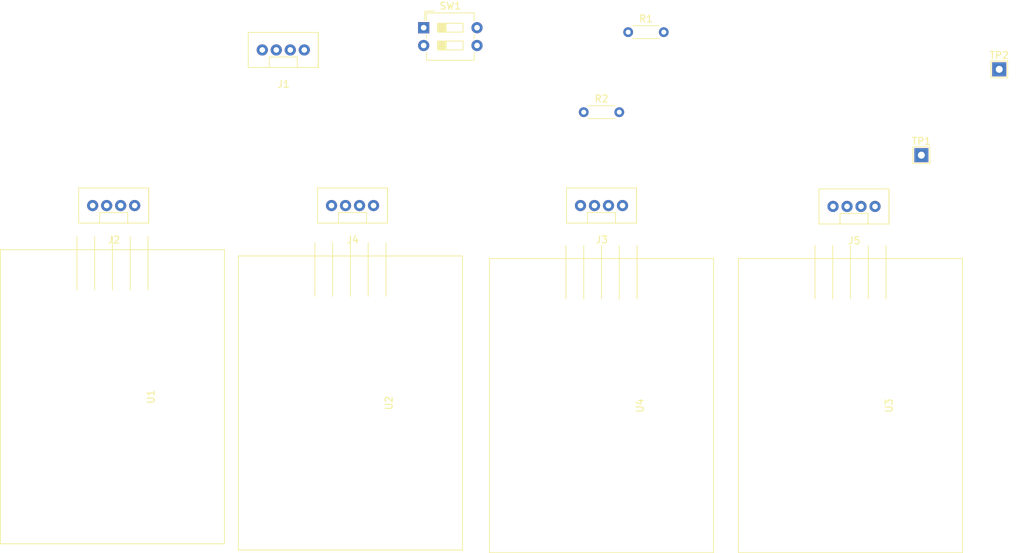
<source format=kicad_pcb>
(kicad_pcb (version 20171130) (host pcbnew "(5.1.9)-1")

  (general
    (thickness 1.6)
    (drawings 0)
    (tracks 0)
    (zones 0)
    (modules 14)
    (nets 7)
  )

  (page A4)
  (layers
    (0 F.Cu signal)
    (31 B.Cu signal)
    (32 B.Adhes user)
    (33 F.Adhes user)
    (34 B.Paste user)
    (35 F.Paste user)
    (36 B.SilkS user)
    (37 F.SilkS user)
    (38 B.Mask user)
    (39 F.Mask user)
    (40 Dwgs.User user)
    (41 Cmts.User user)
    (42 Eco1.User user)
    (43 Eco2.User user)
    (44 Edge.Cuts user)
    (45 Margin user)
    (46 B.CrtYd user)
    (47 F.CrtYd user)
    (48 B.Fab user)
    (49 F.Fab user)
  )

  (setup
    (last_trace_width 0.25)
    (trace_clearance 0.2)
    (zone_clearance 0.508)
    (zone_45_only no)
    (trace_min 0.2)
    (via_size 0.8)
    (via_drill 0.4)
    (via_min_size 0.4)
    (via_min_drill 0.3)
    (uvia_size 0.3)
    (uvia_drill 0.1)
    (uvias_allowed no)
    (uvia_min_size 0.2)
    (uvia_min_drill 0.1)
    (edge_width 0.05)
    (segment_width 0.2)
    (pcb_text_width 0.3)
    (pcb_text_size 1.5 1.5)
    (mod_edge_width 0.12)
    (mod_text_size 1 1)
    (mod_text_width 0.15)
    (pad_size 1.524 1.524)
    (pad_drill 0.762)
    (pad_to_mask_clearance 0)
    (aux_axis_origin 0 0)
    (visible_elements 7FFFFFFF)
    (pcbplotparams
      (layerselection 0x010fc_ffffffff)
      (usegerberextensions false)
      (usegerberattributes true)
      (usegerberadvancedattributes true)
      (creategerberjobfile true)
      (excludeedgelayer true)
      (linewidth 0.100000)
      (plotframeref false)
      (viasonmask false)
      (mode 1)
      (useauxorigin false)
      (hpglpennumber 1)
      (hpglpenspeed 20)
      (hpglpendiameter 15.000000)
      (psnegative false)
      (psa4output false)
      (plotreference true)
      (plotvalue true)
      (plotinvisibletext false)
      (padsonsilk false)
      (subtractmaskfromsilk false)
      (outputformat 1)
      (mirror false)
      (drillshape 1)
      (scaleselection 1)
      (outputdirectory ""))
  )

  (net 0 "")
  (net 1 GND)
  (net 2 VCC)
  (net 3 /SDA)
  (net 4 /SCL)
  (net 5 "Net-(R1-Pad2)")
  (net 6 "Net-(R2-Pad1)")

  (net_class Default "This is the default net class."
    (clearance 0.2)
    (trace_width 0.25)
    (via_dia 0.8)
    (via_drill 0.4)
    (uvia_dia 0.3)
    (uvia_drill 0.1)
    (add_net /SCL)
    (add_net /SDA)
    (add_net GND)
    (add_net "Net-(R1-Pad2)")
    (add_net "Net-(R2-Pad1)")
    (add_net VCC)
  )

  (module carrier_carrier:EZO_Carrier (layer F.Cu) (tedit 60A5D029) (tstamp 60A62D91)
    (at 144.78 106.68 90)
    (path /60A7BF61)
    (fp_text reference U4 (at 0 5.5 90) (layer F.SilkS)
      (effects (font (size 1 1) (thickness 0.15)))
    )
    (fp_text value EZO_Carrier (at 0 -2.5 90) (layer F.Fab)
      (effects (font (size 1 1) (thickness 0.15)))
    )
    (fp_line (start -21 16) (end -21 -16) (layer F.SilkS) (width 0.12))
    (fp_line (start 21 16) (end -21 16) (layer F.SilkS) (width 0.12))
    (fp_line (start 21 -16) (end 21 16) (layer F.SilkS) (width 0.12))
    (fp_line (start -21 -16) (end 21 -16) (layer F.SilkS) (width 0.12))
    (fp_line (start 22.86 0) (end 15.24 0) (layer F.SilkS) (width 0.12))
    (fp_line (start 15.24 -2.54) (end 22.86 -2.54) (layer F.SilkS) (width 0.12))
    (fp_line (start 15.24 -5.08) (end 22.86 -5.08) (layer F.SilkS) (width 0.12))
    (fp_line (start 15.24 2.54) (end 22.86 2.54) (layer F.SilkS) (width 0.12))
    (fp_line (start 15.24 5.08) (end 22.86 5.08) (layer F.SilkS) (width 0.12))
    (pad "" np_thru_hole circle (at -17 -12 90) (size 3.8 3.8) (drill 3.8) (layers *.Cu *.Mask))
    (pad "" np_thru_hole circle (at -17 12 90) (size 3.8 3.8) (drill 3.8) (layers *.Cu *.Mask))
    (pad "" np_thru_hole circle (at 17 12 90) (size 3.8 3.8) (drill 3.8) (layers *.Cu *.Mask))
    (pad "" np_thru_hole circle (at 17 -12 90) (size 3.8 3.8) (drill 3.8) (layers *.Cu *.Mask))
  )

  (module carrier_carrier:EZO_Carrier (layer F.Cu) (tedit 60A5D029) (tstamp 60B504F9)
    (at 180.34 106.68 90)
    (path /60A7BD66)
    (fp_text reference U3 (at 0 5.5 90) (layer F.SilkS)
      (effects (font (size 1 1) (thickness 0.15)))
    )
    (fp_text value EZO_Carrier (at 0 -2.5 90) (layer F.Fab)
      (effects (font (size 1 1) (thickness 0.15)))
    )
    (fp_line (start -21 16) (end -21 -16) (layer F.SilkS) (width 0.12))
    (fp_line (start 21 16) (end -21 16) (layer F.SilkS) (width 0.12))
    (fp_line (start 21 -16) (end 21 16) (layer F.SilkS) (width 0.12))
    (fp_line (start -21 -16) (end 21 -16) (layer F.SilkS) (width 0.12))
    (fp_line (start 22.86 0) (end 15.24 0) (layer F.SilkS) (width 0.12))
    (fp_line (start 15.24 -2.54) (end 22.86 -2.54) (layer F.SilkS) (width 0.12))
    (fp_line (start 15.24 -5.08) (end 22.86 -5.08) (layer F.SilkS) (width 0.12))
    (fp_line (start 15.24 2.54) (end 22.86 2.54) (layer F.SilkS) (width 0.12))
    (fp_line (start 15.24 5.08) (end 22.86 5.08) (layer F.SilkS) (width 0.12))
    (pad "" np_thru_hole circle (at -17 -12 90) (size 3.8 3.8) (drill 3.8) (layers *.Cu *.Mask))
    (pad "" np_thru_hole circle (at -17 12 90) (size 3.8 3.8) (drill 3.8) (layers *.Cu *.Mask))
    (pad "" np_thru_hole circle (at 17 12 90) (size 3.8 3.8) (drill 3.8) (layers *.Cu *.Mask))
    (pad "" np_thru_hole circle (at 17 -12 90) (size 3.8 3.8) (drill 3.8) (layers *.Cu *.Mask))
  )

  (module carrier_carrier:EZO_Carrier (layer F.Cu) (tedit 60A5D029) (tstamp 60A62D6F)
    (at 108.92 106.305 90)
    (path /60A7BA49)
    (fp_text reference U2 (at 0 5.5 90) (layer F.SilkS)
      (effects (font (size 1 1) (thickness 0.15)))
    )
    (fp_text value EZO_Carrier (at 0 -2.5 90) (layer F.Fab)
      (effects (font (size 1 1) (thickness 0.15)))
    )
    (fp_line (start -21 16) (end -21 -16) (layer F.SilkS) (width 0.12))
    (fp_line (start 21 16) (end -21 16) (layer F.SilkS) (width 0.12))
    (fp_line (start 21 -16) (end 21 16) (layer F.SilkS) (width 0.12))
    (fp_line (start -21 -16) (end 21 -16) (layer F.SilkS) (width 0.12))
    (fp_line (start 22.86 0) (end 15.24 0) (layer F.SilkS) (width 0.12))
    (fp_line (start 15.24 -2.54) (end 22.86 -2.54) (layer F.SilkS) (width 0.12))
    (fp_line (start 15.24 -5.08) (end 22.86 -5.08) (layer F.SilkS) (width 0.12))
    (fp_line (start 15.24 2.54) (end 22.86 2.54) (layer F.SilkS) (width 0.12))
    (fp_line (start 15.24 5.08) (end 22.86 5.08) (layer F.SilkS) (width 0.12))
    (pad "" np_thru_hole circle (at -17 -12 90) (size 3.8 3.8) (drill 3.8) (layers *.Cu *.Mask))
    (pad "" np_thru_hole circle (at -17 12 90) (size 3.8 3.8) (drill 3.8) (layers *.Cu *.Mask))
    (pad "" np_thru_hole circle (at 17 12 90) (size 3.8 3.8) (drill 3.8) (layers *.Cu *.Mask))
    (pad "" np_thru_hole circle (at 17 -12 90) (size 3.8 3.8) (drill 3.8) (layers *.Cu *.Mask))
  )

  (module carrier_carrier:EZO_Carrier (layer F.Cu) (tedit 60A5D029) (tstamp 60A62D5E)
    (at 74.93 105.41 90)
    (path /60A7B4F1)
    (fp_text reference U1 (at 0 5.5 90) (layer F.SilkS)
      (effects (font (size 1 1) (thickness 0.15)))
    )
    (fp_text value EZO_Carrier (at 0 -2.5 90) (layer F.Fab)
      (effects (font (size 1 1) (thickness 0.15)))
    )
    (fp_line (start -21 16) (end -21 -16) (layer F.SilkS) (width 0.12))
    (fp_line (start 21 16) (end -21 16) (layer F.SilkS) (width 0.12))
    (fp_line (start 21 -16) (end 21 16) (layer F.SilkS) (width 0.12))
    (fp_line (start -21 -16) (end 21 -16) (layer F.SilkS) (width 0.12))
    (fp_line (start 22.86 0) (end 15.24 0) (layer F.SilkS) (width 0.12))
    (fp_line (start 15.24 -2.54) (end 22.86 -2.54) (layer F.SilkS) (width 0.12))
    (fp_line (start 15.24 -5.08) (end 22.86 -5.08) (layer F.SilkS) (width 0.12))
    (fp_line (start 15.24 2.54) (end 22.86 2.54) (layer F.SilkS) (width 0.12))
    (fp_line (start 15.24 5.08) (end 22.86 5.08) (layer F.SilkS) (width 0.12))
    (pad "" np_thru_hole circle (at -17 -12 90) (size 3.8 3.8) (drill 3.8) (layers *.Cu *.Mask))
    (pad "" np_thru_hole circle (at -17 12 90) (size 3.8 3.8) (drill 3.8) (layers *.Cu *.Mask))
    (pad "" np_thru_hole circle (at 17 12 90) (size 3.8 3.8) (drill 3.8) (layers *.Cu *.Mask))
    (pad "" np_thru_hole circle (at 17 -12 90) (size 3.8 3.8) (drill 3.8) (layers *.Cu *.Mask))
  )

  (module TestPoint:TestPoint_THTPad_2.0x2.0mm_Drill1.0mm (layer F.Cu) (tedit 5A0F774F) (tstamp 60A62D4D)
    (at 201.585 58.65)
    (descr "THT rectangular pad as test Point, square 2.0mm_Drill1.0mm  side length, hole diameter 1.0mm")
    (tags "test point THT pad rectangle square")
    (path /60A6B99C)
    (attr virtual)
    (fp_text reference TP2 (at 0 -1.998) (layer F.SilkS)
      (effects (font (size 1 1) (thickness 0.15)))
    )
    (fp_text value TestPoint (at 0 2.05) (layer F.Fab)
      (effects (font (size 1 1) (thickness 0.15)))
    )
    (fp_line (start 1.5 1.5) (end -1.5 1.5) (layer F.CrtYd) (width 0.05))
    (fp_line (start 1.5 1.5) (end 1.5 -1.5) (layer F.CrtYd) (width 0.05))
    (fp_line (start -1.5 -1.5) (end -1.5 1.5) (layer F.CrtYd) (width 0.05))
    (fp_line (start -1.5 -1.5) (end 1.5 -1.5) (layer F.CrtYd) (width 0.05))
    (fp_line (start -1.2 1.2) (end -1.2 -1.2) (layer F.SilkS) (width 0.12))
    (fp_line (start 1.2 1.2) (end -1.2 1.2) (layer F.SilkS) (width 0.12))
    (fp_line (start 1.2 -1.2) (end 1.2 1.2) (layer F.SilkS) (width 0.12))
    (fp_line (start -1.2 -1.2) (end 1.2 -1.2) (layer F.SilkS) (width 0.12))
    (fp_text user %R (at 0 -2) (layer F.Fab)
      (effects (font (size 1 1) (thickness 0.15)))
    )
    (pad 1 thru_hole rect (at 0 0) (size 2 2) (drill 1) (layers *.Cu *.Mask)
      (net 3 /SDA))
  )

  (module TestPoint:TestPoint_THTPad_2.0x2.0mm_Drill1.0mm (layer F.Cu) (tedit 5A0F774F) (tstamp 60A62D3F)
    (at 190.465 70.91)
    (descr "THT rectangular pad as test Point, square 2.0mm_Drill1.0mm  side length, hole diameter 1.0mm")
    (tags "test point THT pad rectangle square")
    (path /60A6AE29)
    (attr virtual)
    (fp_text reference TP1 (at 0 -1.998) (layer F.SilkS)
      (effects (font (size 1 1) (thickness 0.15)))
    )
    (fp_text value TestPoint (at 0 2.05) (layer F.Fab)
      (effects (font (size 1 1) (thickness 0.15)))
    )
    (fp_line (start 1.5 1.5) (end -1.5 1.5) (layer F.CrtYd) (width 0.05))
    (fp_line (start 1.5 1.5) (end 1.5 -1.5) (layer F.CrtYd) (width 0.05))
    (fp_line (start -1.5 -1.5) (end -1.5 1.5) (layer F.CrtYd) (width 0.05))
    (fp_line (start -1.5 -1.5) (end 1.5 -1.5) (layer F.CrtYd) (width 0.05))
    (fp_line (start -1.2 1.2) (end -1.2 -1.2) (layer F.SilkS) (width 0.12))
    (fp_line (start 1.2 1.2) (end -1.2 1.2) (layer F.SilkS) (width 0.12))
    (fp_line (start 1.2 -1.2) (end 1.2 1.2) (layer F.SilkS) (width 0.12))
    (fp_line (start -1.2 -1.2) (end 1.2 -1.2) (layer F.SilkS) (width 0.12))
    (fp_text user %R (at 0 -2) (layer F.Fab)
      (effects (font (size 1 1) (thickness 0.15)))
    )
    (pad 1 thru_hole rect (at 0 0) (size 2 2) (drill 1) (layers *.Cu *.Mask)
      (net 4 /SCL))
  )

  (module Button_Switch_THT:SW_DIP_SPSTx02_Slide_6.7x6.64mm_W7.62mm_P2.54mm_LowProfile (layer F.Cu) (tedit 5A4E1404) (tstamp 60A62D31)
    (at 119.38 52.705)
    (descr "2x-dip-switch SPST , Slide, row spacing 7.62 mm (300 mils), body size 6.7x6.64mm (see e.g. https://www.ctscorp.com/wp-content/uploads/209-210.pdf), LowProfile")
    (tags "DIP Switch SPST Slide 7.62mm 300mil LowProfile")
    (path /60A61160)
    (fp_text reference SW1 (at 3.81 -3.11) (layer F.SilkS)
      (effects (font (size 1 1) (thickness 0.15)))
    )
    (fp_text value SW_DIP_x02 (at 3.81 5.65) (layer F.Fab)
      (effects (font (size 1 1) (thickness 0.15)))
    )
    (fp_line (start 8.7 -2.4) (end -1.1 -2.4) (layer F.CrtYd) (width 0.05))
    (fp_line (start 8.7 4.9) (end 8.7 -2.4) (layer F.CrtYd) (width 0.05))
    (fp_line (start -1.1 4.9) (end 8.7 4.9) (layer F.CrtYd) (width 0.05))
    (fp_line (start -1.1 -2.4) (end -1.1 4.9) (layer F.CrtYd) (width 0.05))
    (fp_line (start 3.206667 1.905) (end 3.206667 3.175) (layer F.SilkS) (width 0.12))
    (fp_line (start 2 3.105) (end 3.206667 3.105) (layer F.SilkS) (width 0.12))
    (fp_line (start 2 2.985) (end 3.206667 2.985) (layer F.SilkS) (width 0.12))
    (fp_line (start 2 2.865) (end 3.206667 2.865) (layer F.SilkS) (width 0.12))
    (fp_line (start 2 2.745) (end 3.206667 2.745) (layer F.SilkS) (width 0.12))
    (fp_line (start 2 2.625) (end 3.206667 2.625) (layer F.SilkS) (width 0.12))
    (fp_line (start 2 2.505) (end 3.206667 2.505) (layer F.SilkS) (width 0.12))
    (fp_line (start 2 2.385) (end 3.206667 2.385) (layer F.SilkS) (width 0.12))
    (fp_line (start 2 2.265) (end 3.206667 2.265) (layer F.SilkS) (width 0.12))
    (fp_line (start 2 2.145) (end 3.206667 2.145) (layer F.SilkS) (width 0.12))
    (fp_line (start 2 2.025) (end 3.206667 2.025) (layer F.SilkS) (width 0.12))
    (fp_line (start 5.62 1.905) (end 2 1.905) (layer F.SilkS) (width 0.12))
    (fp_line (start 5.62 3.175) (end 5.62 1.905) (layer F.SilkS) (width 0.12))
    (fp_line (start 2 3.175) (end 5.62 3.175) (layer F.SilkS) (width 0.12))
    (fp_line (start 2 1.905) (end 2 3.175) (layer F.SilkS) (width 0.12))
    (fp_line (start 3.206667 -0.635) (end 3.206667 0.635) (layer F.SilkS) (width 0.12))
    (fp_line (start 2 0.565) (end 3.206667 0.565) (layer F.SilkS) (width 0.12))
    (fp_line (start 2 0.445) (end 3.206667 0.445) (layer F.SilkS) (width 0.12))
    (fp_line (start 2 0.325) (end 3.206667 0.325) (layer F.SilkS) (width 0.12))
    (fp_line (start 2 0.205) (end 3.206667 0.205) (layer F.SilkS) (width 0.12))
    (fp_line (start 2 0.085) (end 3.206667 0.085) (layer F.SilkS) (width 0.12))
    (fp_line (start 2 -0.035) (end 3.206667 -0.035) (layer F.SilkS) (width 0.12))
    (fp_line (start 2 -0.155) (end 3.206667 -0.155) (layer F.SilkS) (width 0.12))
    (fp_line (start 2 -0.275) (end 3.206667 -0.275) (layer F.SilkS) (width 0.12))
    (fp_line (start 2 -0.395) (end 3.206667 -0.395) (layer F.SilkS) (width 0.12))
    (fp_line (start 2 -0.515) (end 3.206667 -0.515) (layer F.SilkS) (width 0.12))
    (fp_line (start 5.62 -0.635) (end 2 -0.635) (layer F.SilkS) (width 0.12))
    (fp_line (start 5.62 0.635) (end 5.62 -0.635) (layer F.SilkS) (width 0.12))
    (fp_line (start 2 0.635) (end 5.62 0.635) (layer F.SilkS) (width 0.12))
    (fp_line (start 2 -0.635) (end 2 0.635) (layer F.SilkS) (width 0.12))
    (fp_line (start 0.16 -2.35) (end 0.16 -1.04) (layer F.SilkS) (width 0.12))
    (fp_line (start 0.16 -2.35) (end 1.543 -2.35) (layer F.SilkS) (width 0.12))
    (fp_line (start 7.221 0.99) (end 7.221 1.551) (layer F.SilkS) (width 0.12))
    (fp_line (start 7.221 -2.11) (end 7.221 -0.99) (layer F.SilkS) (width 0.12))
    (fp_line (start 7.221 3.53) (end 7.221 4.65) (layer F.SilkS) (width 0.12))
    (fp_line (start 0.4 3.53) (end 0.4 4.65) (layer F.SilkS) (width 0.12))
    (fp_line (start 0.4 1.04) (end 0.4 1.551) (layer F.SilkS) (width 0.12))
    (fp_line (start 0.4 -2.11) (end 0.4 -1.04) (layer F.SilkS) (width 0.12))
    (fp_line (start 0.4 4.65) (end 7.221 4.65) (layer F.SilkS) (width 0.12))
    (fp_line (start 0.4 -2.11) (end 7.221 -2.11) (layer F.SilkS) (width 0.12))
    (fp_line (start 3.206667 1.905) (end 3.206667 3.175) (layer F.Fab) (width 0.1))
    (fp_line (start 2 3.105) (end 3.206667 3.105) (layer F.Fab) (width 0.1))
    (fp_line (start 2 3.005) (end 3.206667 3.005) (layer F.Fab) (width 0.1))
    (fp_line (start 2 2.905) (end 3.206667 2.905) (layer F.Fab) (width 0.1))
    (fp_line (start 2 2.805) (end 3.206667 2.805) (layer F.Fab) (width 0.1))
    (fp_line (start 2 2.705) (end 3.206667 2.705) (layer F.Fab) (width 0.1))
    (fp_line (start 2 2.605) (end 3.206667 2.605) (layer F.Fab) (width 0.1))
    (fp_line (start 2 2.505) (end 3.206667 2.505) (layer F.Fab) (width 0.1))
    (fp_line (start 2 2.405) (end 3.206667 2.405) (layer F.Fab) (width 0.1))
    (fp_line (start 2 2.305) (end 3.206667 2.305) (layer F.Fab) (width 0.1))
    (fp_line (start 2 2.205) (end 3.206667 2.205) (layer F.Fab) (width 0.1))
    (fp_line (start 2 2.105) (end 3.206667 2.105) (layer F.Fab) (width 0.1))
    (fp_line (start 2 2.005) (end 3.206667 2.005) (layer F.Fab) (width 0.1))
    (fp_line (start 5.62 1.905) (end 2 1.905) (layer F.Fab) (width 0.1))
    (fp_line (start 5.62 3.175) (end 5.62 1.905) (layer F.Fab) (width 0.1))
    (fp_line (start 2 3.175) (end 5.62 3.175) (layer F.Fab) (width 0.1))
    (fp_line (start 2 1.905) (end 2 3.175) (layer F.Fab) (width 0.1))
    (fp_line (start 3.206667 -0.635) (end 3.206667 0.635) (layer F.Fab) (width 0.1))
    (fp_line (start 2 0.565) (end 3.206667 0.565) (layer F.Fab) (width 0.1))
    (fp_line (start 2 0.465) (end 3.206667 0.465) (layer F.Fab) (width 0.1))
    (fp_line (start 2 0.365) (end 3.206667 0.365) (layer F.Fab) (width 0.1))
    (fp_line (start 2 0.265) (end 3.206667 0.265) (layer F.Fab) (width 0.1))
    (fp_line (start 2 0.165) (end 3.206667 0.165) (layer F.Fab) (width 0.1))
    (fp_line (start 2 0.065) (end 3.206667 0.065) (layer F.Fab) (width 0.1))
    (fp_line (start 2 -0.035) (end 3.206667 -0.035) (layer F.Fab) (width 0.1))
    (fp_line (start 2 -0.135) (end 3.206667 -0.135) (layer F.Fab) (width 0.1))
    (fp_line (start 2 -0.235) (end 3.206667 -0.235) (layer F.Fab) (width 0.1))
    (fp_line (start 2 -0.335) (end 3.206667 -0.335) (layer F.Fab) (width 0.1))
    (fp_line (start 2 -0.435) (end 3.206667 -0.435) (layer F.Fab) (width 0.1))
    (fp_line (start 2 -0.535) (end 3.206667 -0.535) (layer F.Fab) (width 0.1))
    (fp_line (start 5.62 -0.635) (end 2 -0.635) (layer F.Fab) (width 0.1))
    (fp_line (start 5.62 0.635) (end 5.62 -0.635) (layer F.Fab) (width 0.1))
    (fp_line (start 2 0.635) (end 5.62 0.635) (layer F.Fab) (width 0.1))
    (fp_line (start 2 -0.635) (end 2 0.635) (layer F.Fab) (width 0.1))
    (fp_line (start 0.46 -1.05) (end 1.46 -2.05) (layer F.Fab) (width 0.1))
    (fp_line (start 0.46 4.59) (end 0.46 -1.05) (layer F.Fab) (width 0.1))
    (fp_line (start 7.16 4.59) (end 0.46 4.59) (layer F.Fab) (width 0.1))
    (fp_line (start 7.16 -2.05) (end 7.16 4.59) (layer F.Fab) (width 0.1))
    (fp_line (start 1.46 -2.05) (end 7.16 -2.05) (layer F.Fab) (width 0.1))
    (fp_text user on (at 4.485 -1.3425) (layer F.Fab)
      (effects (font (size 0.8 0.8) (thickness 0.12)))
    )
    (fp_text user %R (at 6.39 1.27 90) (layer F.Fab)
      (effects (font (size 0.8 0.8) (thickness 0.12)))
    )
    (pad 4 thru_hole oval (at 7.62 0) (size 1.6 1.6) (drill 0.8) (layers *.Cu *.Mask)
      (net 5 "Net-(R1-Pad2)"))
    (pad 2 thru_hole oval (at 0 2.54) (size 1.6 1.6) (drill 0.8) (layers *.Cu *.Mask)
      (net 4 /SCL))
    (pad 3 thru_hole oval (at 7.62 2.54) (size 1.6 1.6) (drill 0.8) (layers *.Cu *.Mask)
      (net 6 "Net-(R2-Pad1)"))
    (pad 1 thru_hole rect (at 0 0) (size 1.6 1.6) (drill 0.8) (layers *.Cu *.Mask)
      (net 4 /SCL))
    (model ${KISYS3DMOD}/Button_Switch_THT.3dshapes/SW_DIP_SPSTx02_Slide_6.7x6.64mm_W7.62mm_P2.54mm_LowProfile.wrl
      (at (xyz 0 0 0))
      (scale (xyz 1 1 1))
      (rotate (xyz 0 0 90))
    )
  )

  (module Resistor_THT:R_Axial_DIN0204_L3.6mm_D1.6mm_P5.08mm_Horizontal (layer F.Cu) (tedit 5AE5139B) (tstamp 60A62CD4)
    (at 142.24 64.77)
    (descr "Resistor, Axial_DIN0204 series, Axial, Horizontal, pin pitch=5.08mm, 0.167W, length*diameter=3.6*1.6mm^2, http://cdn-reichelt.de/documents/datenblatt/B400/1_4W%23YAG.pdf")
    (tags "Resistor Axial_DIN0204 series Axial Horizontal pin pitch 5.08mm 0.167W length 3.6mm diameter 1.6mm")
    (path /60A67EDA)
    (fp_text reference R2 (at 2.54 -1.92) (layer F.SilkS)
      (effects (font (size 1 1) (thickness 0.15)))
    )
    (fp_text value R (at 2.54 1.92) (layer F.Fab)
      (effects (font (size 1 1) (thickness 0.15)))
    )
    (fp_line (start 6.03 -1.05) (end -0.95 -1.05) (layer F.CrtYd) (width 0.05))
    (fp_line (start 6.03 1.05) (end 6.03 -1.05) (layer F.CrtYd) (width 0.05))
    (fp_line (start -0.95 1.05) (end 6.03 1.05) (layer F.CrtYd) (width 0.05))
    (fp_line (start -0.95 -1.05) (end -0.95 1.05) (layer F.CrtYd) (width 0.05))
    (fp_line (start 0.62 0.92) (end 4.46 0.92) (layer F.SilkS) (width 0.12))
    (fp_line (start 0.62 -0.92) (end 4.46 -0.92) (layer F.SilkS) (width 0.12))
    (fp_line (start 5.08 0) (end 4.34 0) (layer F.Fab) (width 0.1))
    (fp_line (start 0 0) (end 0.74 0) (layer F.Fab) (width 0.1))
    (fp_line (start 4.34 -0.8) (end 0.74 -0.8) (layer F.Fab) (width 0.1))
    (fp_line (start 4.34 0.8) (end 4.34 -0.8) (layer F.Fab) (width 0.1))
    (fp_line (start 0.74 0.8) (end 4.34 0.8) (layer F.Fab) (width 0.1))
    (fp_line (start 0.74 -0.8) (end 0.74 0.8) (layer F.Fab) (width 0.1))
    (fp_text user %R (at 2.54 0) (layer F.Fab)
      (effects (font (size 0.72 0.72) (thickness 0.108)))
    )
    (pad 2 thru_hole oval (at 5.08 0) (size 1.4 1.4) (drill 0.7) (layers *.Cu *.Mask)
      (net 2 VCC))
    (pad 1 thru_hole circle (at 0 0) (size 1.4 1.4) (drill 0.7) (layers *.Cu *.Mask)
      (net 6 "Net-(R2-Pad1)"))
    (model ${KISYS3DMOD}/Resistor_THT.3dshapes/R_Axial_DIN0204_L3.6mm_D1.6mm_P5.08mm_Horizontal.wrl
      (at (xyz 0 0 0))
      (scale (xyz 1 1 1))
      (rotate (xyz 0 0 0))
    )
  )

  (module Resistor_THT:R_Axial_DIN0204_L3.6mm_D1.6mm_P5.08mm_Horizontal (layer F.Cu) (tedit 5AE5139B) (tstamp 60B50429)
    (at 148.59 53.34)
    (descr "Resistor, Axial_DIN0204 series, Axial, Horizontal, pin pitch=5.08mm, 0.167W, length*diameter=3.6*1.6mm^2, http://cdn-reichelt.de/documents/datenblatt/B400/1_4W%23YAG.pdf")
    (tags "Resistor Axial_DIN0204 series Axial Horizontal pin pitch 5.08mm 0.167W length 3.6mm diameter 1.6mm")
    (path /60A67644)
    (fp_text reference R1 (at 2.54 -1.92) (layer F.SilkS)
      (effects (font (size 1 1) (thickness 0.15)))
    )
    (fp_text value R (at 2.54 1.92) (layer F.Fab)
      (effects (font (size 1 1) (thickness 0.15)))
    )
    (fp_line (start 6.03 -1.05) (end -0.95 -1.05) (layer F.CrtYd) (width 0.05))
    (fp_line (start 6.03 1.05) (end 6.03 -1.05) (layer F.CrtYd) (width 0.05))
    (fp_line (start -0.95 1.05) (end 6.03 1.05) (layer F.CrtYd) (width 0.05))
    (fp_line (start -0.95 -1.05) (end -0.95 1.05) (layer F.CrtYd) (width 0.05))
    (fp_line (start 0.62 0.92) (end 4.46 0.92) (layer F.SilkS) (width 0.12))
    (fp_line (start 0.62 -0.92) (end 4.46 -0.92) (layer F.SilkS) (width 0.12))
    (fp_line (start 5.08 0) (end 4.34 0) (layer F.Fab) (width 0.1))
    (fp_line (start 0 0) (end 0.74 0) (layer F.Fab) (width 0.1))
    (fp_line (start 4.34 -0.8) (end 0.74 -0.8) (layer F.Fab) (width 0.1))
    (fp_line (start 4.34 0.8) (end 4.34 -0.8) (layer F.Fab) (width 0.1))
    (fp_line (start 0.74 0.8) (end 4.34 0.8) (layer F.Fab) (width 0.1))
    (fp_line (start 0.74 -0.8) (end 0.74 0.8) (layer F.Fab) (width 0.1))
    (fp_text user %R (at 2.54 0) (layer F.Fab)
      (effects (font (size 0.72 0.72) (thickness 0.108)))
    )
    (pad 2 thru_hole oval (at 5.08 0) (size 1.4 1.4) (drill 0.7) (layers *.Cu *.Mask)
      (net 5 "Net-(R1-Pad2)"))
    (pad 1 thru_hole circle (at 0 0) (size 1.4 1.4) (drill 0.7) (layers *.Cu *.Mask)
      (net 2 VCC))
    (model ${KISYS3DMOD}/Resistor_THT.3dshapes/R_Axial_DIN0204_L3.6mm_D1.6mm_P5.08mm_Horizontal.wrl
      (at (xyz 0 0 0))
      (scale (xyz 1 1 1))
      (rotate (xyz 0 0 0))
    )
  )

  (module carrier_carrier:Grove (layer F.Cu) (tedit 60A5CC3C) (tstamp 60A62CAE)
    (at 180.848 78.232)
    (path /60A76C5D)
    (fp_text reference J5 (at 0.04 4.89) (layer F.SilkS)
      (effects (font (size 1 1) (thickness 0.15)))
    )
    (fp_text value Grove_Sensor4 (at 0 -4.77) (layer F.Fab)
      (effects (font (size 1 1) (thickness 0.15)))
    )
    (fp_line (start 2 1) (end 2 2.5) (layer F.SilkS) (width 0.12))
    (fp_line (start -2 1) (end 2 1) (layer F.SilkS) (width 0.12))
    (fp_line (start -2 2.5) (end -2 1) (layer F.SilkS) (width 0.12))
    (fp_line (start 5 -2.505) (end -5 -2.505) (layer F.SilkS) (width 0.12))
    (fp_line (start 5 2.505) (end 5 -2.505) (layer F.SilkS) (width 0.12))
    (fp_line (start 5 -2.505) (end 5 2.505) (layer F.SilkS) (width 0.12))
    (fp_line (start -5 2.505) (end 5 2.505) (layer F.SilkS) (width 0.12))
    (fp_line (start -5 -2.505) (end -5 2.505) (layer F.SilkS) (width 0.12))
    (pad 4 thru_hole circle (at 3 0) (size 1.6 1.6) (drill 0.8) (layers *.Cu *.Mask)
      (net 1 GND))
    (pad 3 thru_hole circle (at 1 0) (size 1.6 1.6) (drill 0.8) (layers *.Cu *.Mask)
      (net 2 VCC))
    (pad 2 thru_hole circle (at -1 0) (size 1.6 1.6) (drill 0.8) (layers *.Cu *.Mask)
      (net 3 /SDA))
    (pad 1 thru_hole circle (at -3 0) (size 1.6 1.6) (drill 0.8) (layers *.Cu *.Mask)
      (net 4 /SCL))
  )

  (module carrier_carrier:Grove (layer F.Cu) (tedit 60A5CC3C) (tstamp 60A62C9E)
    (at 109.22 78.105)
    (path /60A73B4C)
    (fp_text reference J4 (at 0.04 4.89) (layer F.SilkS)
      (effects (font (size 1 1) (thickness 0.15)))
    )
    (fp_text value Grove_Sensor2 (at 0 -4.77) (layer F.Fab)
      (effects (font (size 1 1) (thickness 0.15)))
    )
    (fp_line (start 2 1) (end 2 2.5) (layer F.SilkS) (width 0.12))
    (fp_line (start -2 1) (end 2 1) (layer F.SilkS) (width 0.12))
    (fp_line (start -2 2.5) (end -2 1) (layer F.SilkS) (width 0.12))
    (fp_line (start 5 -2.505) (end -5 -2.505) (layer F.SilkS) (width 0.12))
    (fp_line (start 5 2.505) (end 5 -2.505) (layer F.SilkS) (width 0.12))
    (fp_line (start 5 -2.505) (end 5 2.505) (layer F.SilkS) (width 0.12))
    (fp_line (start -5 2.505) (end 5 2.505) (layer F.SilkS) (width 0.12))
    (fp_line (start -5 -2.505) (end -5 2.505) (layer F.SilkS) (width 0.12))
    (pad 4 thru_hole circle (at 3 0) (size 1.6 1.6) (drill 0.8) (layers *.Cu *.Mask)
      (net 1 GND))
    (pad 3 thru_hole circle (at 1 0) (size 1.6 1.6) (drill 0.8) (layers *.Cu *.Mask)
      (net 2 VCC))
    (pad 2 thru_hole circle (at -1 0) (size 1.6 1.6) (drill 0.8) (layers *.Cu *.Mask)
      (net 3 /SDA))
    (pad 1 thru_hole circle (at -3 0) (size 1.6 1.6) (drill 0.8) (layers *.Cu *.Mask)
      (net 4 /SCL))
  )

  (module carrier_carrier:Grove (layer F.Cu) (tedit 60A5CC3C) (tstamp 60A62C8E)
    (at 144.78 78.105)
    (path /60A76C47)
    (fp_text reference J3 (at 0.04 4.89) (layer F.SilkS)
      (effects (font (size 1 1) (thickness 0.15)))
    )
    (fp_text value Grove_Sensor3 (at 0 -4.77) (layer F.Fab)
      (effects (font (size 1 1) (thickness 0.15)))
    )
    (fp_line (start 2 1) (end 2 2.5) (layer F.SilkS) (width 0.12))
    (fp_line (start -2 1) (end 2 1) (layer F.SilkS) (width 0.12))
    (fp_line (start -2 2.5) (end -2 1) (layer F.SilkS) (width 0.12))
    (fp_line (start 5 -2.505) (end -5 -2.505) (layer F.SilkS) (width 0.12))
    (fp_line (start 5 2.505) (end 5 -2.505) (layer F.SilkS) (width 0.12))
    (fp_line (start 5 -2.505) (end 5 2.505) (layer F.SilkS) (width 0.12))
    (fp_line (start -5 2.505) (end 5 2.505) (layer F.SilkS) (width 0.12))
    (fp_line (start -5 -2.505) (end -5 2.505) (layer F.SilkS) (width 0.12))
    (pad 4 thru_hole circle (at 3 0) (size 1.6 1.6) (drill 0.8) (layers *.Cu *.Mask)
      (net 1 GND))
    (pad 3 thru_hole circle (at 1 0) (size 1.6 1.6) (drill 0.8) (layers *.Cu *.Mask)
      (net 2 VCC))
    (pad 2 thru_hole circle (at -1 0) (size 1.6 1.6) (drill 0.8) (layers *.Cu *.Mask)
      (net 3 /SDA))
    (pad 1 thru_hole circle (at -3 0) (size 1.6 1.6) (drill 0.8) (layers *.Cu *.Mask)
      (net 4 /SCL))
  )

  (module carrier_carrier:Grove (layer F.Cu) (tedit 60A5CC3C) (tstamp 60A62C7E)
    (at 75.105 78.105)
    (path /60A6E798)
    (fp_text reference J2 (at 0.04 4.89) (layer F.SilkS)
      (effects (font (size 1 1) (thickness 0.15)))
    )
    (fp_text value Grove_Sensor1 (at 0 -4.77) (layer F.Fab)
      (effects (font (size 1 1) (thickness 0.15)))
    )
    (fp_line (start 2 1) (end 2 2.5) (layer F.SilkS) (width 0.12))
    (fp_line (start -2 1) (end 2 1) (layer F.SilkS) (width 0.12))
    (fp_line (start -2 2.5) (end -2 1) (layer F.SilkS) (width 0.12))
    (fp_line (start 5 -2.505) (end -5 -2.505) (layer F.SilkS) (width 0.12))
    (fp_line (start 5 2.505) (end 5 -2.505) (layer F.SilkS) (width 0.12))
    (fp_line (start 5 -2.505) (end 5 2.505) (layer F.SilkS) (width 0.12))
    (fp_line (start -5 2.505) (end 5 2.505) (layer F.SilkS) (width 0.12))
    (fp_line (start -5 -2.505) (end -5 2.505) (layer F.SilkS) (width 0.12))
    (pad 4 thru_hole circle (at 3 0) (size 1.6 1.6) (drill 0.8) (layers *.Cu *.Mask)
      (net 1 GND))
    (pad 3 thru_hole circle (at 1 0) (size 1.6 1.6) (drill 0.8) (layers *.Cu *.Mask)
      (net 2 VCC))
    (pad 2 thru_hole circle (at -1 0) (size 1.6 1.6) (drill 0.8) (layers *.Cu *.Mask)
      (net 3 /SDA))
    (pad 1 thru_hole circle (at -3 0) (size 1.6 1.6) (drill 0.8) (layers *.Cu *.Mask)
      (net 4 /SCL))
  )

  (module carrier_carrier:Grove (layer F.Cu) (tedit 60A5CC3C) (tstamp 60A62C6E)
    (at 99.33 55.88)
    (path /60A5F91C)
    (fp_text reference J1 (at 0.04 4.89) (layer F.SilkS)
      (effects (font (size 1 1) (thickness 0.15)))
    )
    (fp_text value Grove_Mayfly (at 0 -4.77) (layer F.Fab)
      (effects (font (size 1 1) (thickness 0.15)))
    )
    (fp_line (start 2 1) (end 2 2.5) (layer F.SilkS) (width 0.12))
    (fp_line (start -2 1) (end 2 1) (layer F.SilkS) (width 0.12))
    (fp_line (start -2 2.5) (end -2 1) (layer F.SilkS) (width 0.12))
    (fp_line (start 5 -2.505) (end -5 -2.505) (layer F.SilkS) (width 0.12))
    (fp_line (start 5 2.505) (end 5 -2.505) (layer F.SilkS) (width 0.12))
    (fp_line (start 5 -2.505) (end 5 2.505) (layer F.SilkS) (width 0.12))
    (fp_line (start -5 2.505) (end 5 2.505) (layer F.SilkS) (width 0.12))
    (fp_line (start -5 -2.505) (end -5 2.505) (layer F.SilkS) (width 0.12))
    (pad 4 thru_hole circle (at 3 0) (size 1.6 1.6) (drill 0.8) (layers *.Cu *.Mask)
      (net 1 GND))
    (pad 3 thru_hole circle (at 1 0) (size 1.6 1.6) (drill 0.8) (layers *.Cu *.Mask)
      (net 2 VCC))
    (pad 2 thru_hole circle (at -1 0) (size 1.6 1.6) (drill 0.8) (layers *.Cu *.Mask)
      (net 3 /SDA))
    (pad 1 thru_hole circle (at -3 0) (size 1.6 1.6) (drill 0.8) (layers *.Cu *.Mask)
      (net 4 /SCL))
  )

)

</source>
